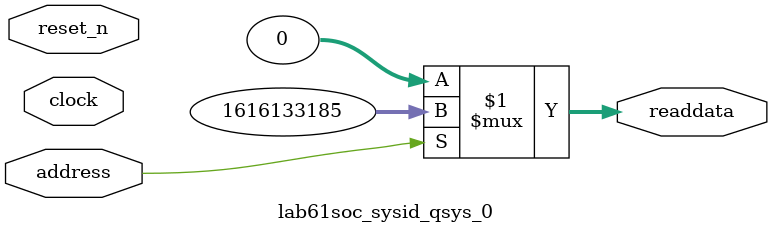
<source format=v>



// synthesis translate_off
`timescale 1ns / 1ps
// synthesis translate_on

// turn off superfluous verilog processor warnings 
// altera message_level Level1 
// altera message_off 10034 10035 10036 10037 10230 10240 10030 

module lab61soc_sysid_qsys_0 (
               // inputs:
                address,
                clock,
                reset_n,

               // outputs:
                readdata
             )
;

  output  [ 31: 0] readdata;
  input            address;
  input            clock;
  input            reset_n;

  wire    [ 31: 0] readdata;
  //control_slave, which is an e_avalon_slave
  assign readdata = address ? 1616133185 : 0;

endmodule



</source>
